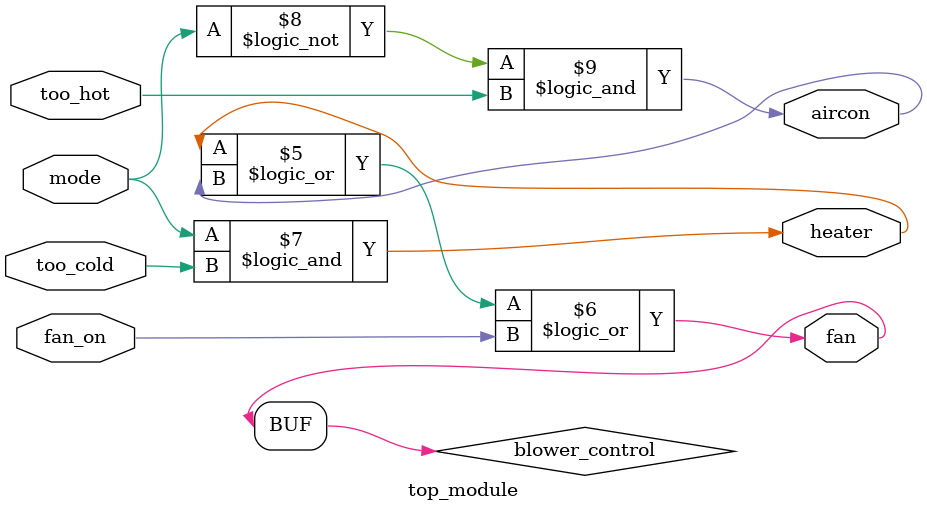
<source format=sv>
module top_module(
    input mode,
    input too_cold, 
    input too_hot,
    input fan_on,
    output heater,
    output aircon,
    output fan
);
    // Declare internal signals
    wire temp_control;
    wire blower_control;
  
    // Temperature control logic
    assign temp_control = (mode && too_cold) || (!mode && too_hot);
  
    // Blower control logic
    assign blower_control = (heater || aircon || fan_on);
  
    // Output assignments
    assign heater = (mode && too_cold);
    assign aircon = (!mode && too_hot);
    assign fan = blower_control;
  
endmodule

</source>
